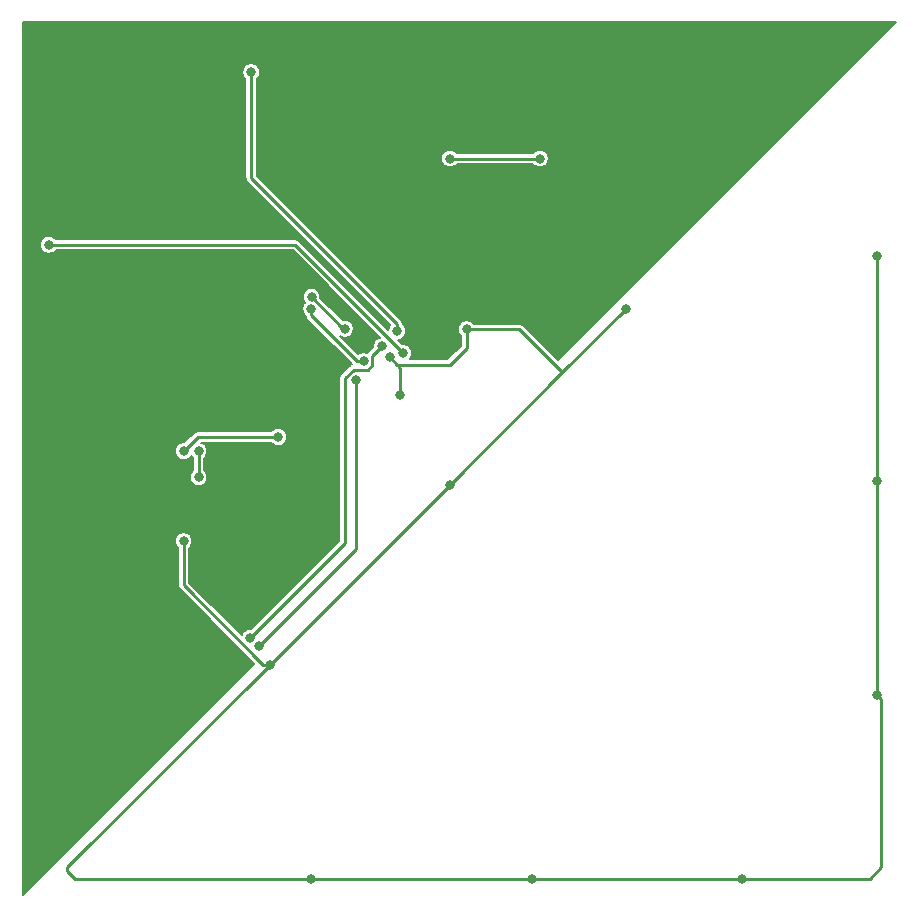
<source format=gtl>
G04 #@! TF.GenerationSoftware,KiCad,Pcbnew,(5.1.4)-1*
G04 #@! TF.CreationDate,2019-10-12T15:48:51-04:00*
G04 #@! TF.ProjectId,helvetica-sao,68656c76-6574-4696-9361-2d73616f2e6b,rev?*
G04 #@! TF.SameCoordinates,Original*
G04 #@! TF.FileFunction,Copper,L1,Top*
G04 #@! TF.FilePolarity,Positive*
%FSLAX46Y46*%
G04 Gerber Fmt 4.6, Leading zero omitted, Abs format (unit mm)*
G04 Created by KiCad (PCBNEW (5.1.4)-1) date 2019-10-12 15:48:51*
%MOMM*%
%LPD*%
G04 APERTURE LIST*
%ADD10C,0.800000*%
%ADD11C,0.250000*%
%ADD12C,0.200000*%
G04 APERTURE END LIST*
D10*
X104457500Y-86995000D03*
X106997500Y-86995000D03*
X99060000Y-88900000D03*
X113030000Y-83820000D03*
X135255000Y-62865000D03*
X113665000Y-75882500D03*
X135572500Y-59690000D03*
X132080000Y-67627500D03*
X167957500Y-70167500D03*
X167957496Y-89217500D03*
X167957500Y-107315010D03*
X156527500Y-122872506D03*
X138747500Y-122872498D03*
X120014998Y-122872500D03*
X146685000Y-74612500D03*
X131762500Y-89535000D03*
X116522500Y-104775000D03*
X126682500Y-78740000D03*
X127579131Y-81970869D03*
X133185000Y-76365000D03*
X109220000Y-94297500D03*
X123825000Y-80645000D03*
X115570000Y-103187500D03*
X126047500Y-77787500D03*
X114862892Y-102480392D03*
X127317500Y-76517500D03*
X114935000Y-54610000D03*
X127827498Y-78393370D03*
X97790000Y-69215000D03*
X139382500Y-61912500D03*
X131762500Y-61912500D03*
X110490000Y-86677500D03*
X110490000Y-88900000D03*
X117232108Y-85482108D03*
X109220000Y-86677500D03*
X120014617Y-74622922D03*
X124460000Y-79057500D03*
X120051403Y-73623597D03*
X122872500Y-76325024D03*
D11*
X167957500Y-70167500D02*
X167957500Y-89217496D01*
X167957500Y-89217496D02*
X167957496Y-89217500D01*
X167957496Y-107315006D02*
X167957500Y-107315010D01*
X167957496Y-89217500D02*
X167957496Y-107315006D01*
X167322494Y-122872506D02*
X156527500Y-122872506D01*
X168275000Y-121920000D02*
X167322494Y-122872506D01*
X167957500Y-107315010D02*
X168275000Y-107632510D01*
X168275000Y-107632510D02*
X168275000Y-121920000D01*
X156527500Y-122872506D02*
X138747508Y-122872506D01*
X138747508Y-122872506D02*
X138747500Y-122872498D01*
X120015000Y-122872498D02*
X120014998Y-122872500D01*
X138747500Y-122872498D02*
X120015000Y-122872498D01*
X131762500Y-89535000D02*
X116522500Y-104775000D01*
X99377500Y-121920000D02*
X116522500Y-104775000D01*
X99377500Y-122237500D02*
X99377500Y-121920000D01*
X120014998Y-122872500D02*
X100012500Y-122872500D01*
X100012500Y-122872500D02*
X99377500Y-122237500D01*
X126682500Y-78740000D02*
X127579131Y-79636631D01*
X127579131Y-79636631D02*
X127579131Y-81405184D01*
X127579131Y-81405184D02*
X127579131Y-81970869D01*
X127317500Y-79375000D02*
X131762500Y-79375000D01*
X126682500Y-78740000D02*
X127317500Y-79375000D01*
X133185000Y-77952500D02*
X133185000Y-76365000D01*
X131762500Y-79375000D02*
X133185000Y-77952500D01*
X109220000Y-94863185D02*
X109220000Y-94297500D01*
X109220000Y-98038185D02*
X109220000Y-94863185D01*
X115956815Y-104775000D02*
X109220000Y-98038185D01*
X116522500Y-104775000D02*
X115956815Y-104775000D01*
X137642500Y-76365000D02*
X141287500Y-80010000D01*
X133185000Y-76365000D02*
X137642500Y-76365000D01*
X146685000Y-74612500D02*
X141287500Y-80010000D01*
X141287500Y-80010000D02*
X131762500Y-89535000D01*
X123825000Y-94932500D02*
X115570000Y-103187500D01*
X123825000Y-80645000D02*
X123825000Y-94932500D01*
X125185002Y-79405502D02*
X124808002Y-79782502D01*
X115262891Y-102080393D02*
X114862892Y-102480392D01*
X123614496Y-79782502D02*
X122872500Y-80524498D01*
X124808002Y-79782502D02*
X123614496Y-79782502D01*
X126047500Y-77787500D02*
X125185002Y-78649998D01*
X122872500Y-94470784D02*
X115262891Y-102080393D01*
X122872500Y-80524498D02*
X122872500Y-94470784D01*
X125185002Y-78649998D02*
X125185002Y-79405502D01*
X127317500Y-75951815D02*
X114935000Y-63569315D01*
X127317500Y-76517500D02*
X127317500Y-75951815D01*
X114935000Y-63569315D02*
X114935000Y-54610000D01*
X127827498Y-78393370D02*
X118649128Y-69215000D01*
X118649128Y-69215000D02*
X97790000Y-69215000D01*
X139382500Y-61912500D02*
X131762500Y-61912500D01*
X110490000Y-86677500D02*
X110490000Y-88900000D01*
X117232108Y-85482108D02*
X110415392Y-85482108D01*
X110415392Y-85482108D02*
X109220000Y-86677500D01*
X120014617Y-75188607D02*
X123883510Y-79057500D01*
X123883510Y-79057500D02*
X123894315Y-79057500D01*
X123894315Y-79057500D02*
X124460000Y-79057500D01*
X120014617Y-74622922D02*
X120014617Y-75188607D01*
X120051403Y-73623597D02*
X122752830Y-76325024D01*
X122752830Y-76325024D02*
X122872500Y-76325024D01*
D12*
G36*
X140920493Y-78965585D02*
G01*
X137997847Y-76042940D01*
X137982843Y-76024657D01*
X137909905Y-75964800D01*
X137826692Y-75920321D01*
X137736400Y-75892931D01*
X137666026Y-75886000D01*
X137666023Y-75886000D01*
X137642500Y-75883683D01*
X137618977Y-75886000D01*
X133771770Y-75886000D01*
X133770670Y-75884353D01*
X133665647Y-75779330D01*
X133542153Y-75696814D01*
X133404934Y-75639976D01*
X133259262Y-75611000D01*
X133110738Y-75611000D01*
X132965066Y-75639976D01*
X132827847Y-75696814D01*
X132704353Y-75779330D01*
X132599330Y-75884353D01*
X132516814Y-76007847D01*
X132459976Y-76145066D01*
X132431000Y-76290738D01*
X132431000Y-76439262D01*
X132459976Y-76584934D01*
X132516814Y-76722153D01*
X132599330Y-76845647D01*
X132704353Y-76950670D01*
X132706001Y-76951771D01*
X132706000Y-77754092D01*
X131564093Y-78896000D01*
X128391185Y-78896000D01*
X128413168Y-78874017D01*
X128495684Y-78750523D01*
X128552522Y-78613304D01*
X128581498Y-78467632D01*
X128581498Y-78319108D01*
X128552522Y-78173436D01*
X128495684Y-78036217D01*
X128413168Y-77912723D01*
X128308145Y-77807700D01*
X128184651Y-77725184D01*
X128047432Y-77668346D01*
X127901760Y-77639370D01*
X127753236Y-77639370D01*
X127751293Y-77639757D01*
X127383036Y-77271500D01*
X127391762Y-77271500D01*
X127537434Y-77242524D01*
X127674653Y-77185686D01*
X127798147Y-77103170D01*
X127903170Y-76998147D01*
X127985686Y-76874653D01*
X128042524Y-76737434D01*
X128071500Y-76591762D01*
X128071500Y-76443238D01*
X128042524Y-76297566D01*
X127985686Y-76160347D01*
X127903170Y-76036853D01*
X127798147Y-75931830D01*
X127796757Y-75930901D01*
X127796500Y-75928289D01*
X127789569Y-75857915D01*
X127762179Y-75767623D01*
X127747069Y-75739354D01*
X127717700Y-75684408D01*
X127672839Y-75629745D01*
X127672838Y-75629744D01*
X127657843Y-75611472D01*
X127639571Y-75596477D01*
X115414000Y-63370908D01*
X115414000Y-61838238D01*
X131008500Y-61838238D01*
X131008500Y-61986762D01*
X131037476Y-62132434D01*
X131094314Y-62269653D01*
X131176830Y-62393147D01*
X131281853Y-62498170D01*
X131405347Y-62580686D01*
X131542566Y-62637524D01*
X131688238Y-62666500D01*
X131836762Y-62666500D01*
X131982434Y-62637524D01*
X132119653Y-62580686D01*
X132243147Y-62498170D01*
X132348170Y-62393147D01*
X132349270Y-62391500D01*
X138795730Y-62391500D01*
X138796830Y-62393147D01*
X138901853Y-62498170D01*
X139025347Y-62580686D01*
X139162566Y-62637524D01*
X139308238Y-62666500D01*
X139456762Y-62666500D01*
X139602434Y-62637524D01*
X139739653Y-62580686D01*
X139863147Y-62498170D01*
X139968170Y-62393147D01*
X140050686Y-62269653D01*
X140107524Y-62132434D01*
X140136500Y-61986762D01*
X140136500Y-61838238D01*
X140107524Y-61692566D01*
X140050686Y-61555347D01*
X139968170Y-61431853D01*
X139863147Y-61326830D01*
X139739653Y-61244314D01*
X139602434Y-61187476D01*
X139456762Y-61158500D01*
X139308238Y-61158500D01*
X139162566Y-61187476D01*
X139025347Y-61244314D01*
X138901853Y-61326830D01*
X138796830Y-61431853D01*
X138795730Y-61433500D01*
X132349270Y-61433500D01*
X132348170Y-61431853D01*
X132243147Y-61326830D01*
X132119653Y-61244314D01*
X131982434Y-61187476D01*
X131836762Y-61158500D01*
X131688238Y-61158500D01*
X131542566Y-61187476D01*
X131405347Y-61244314D01*
X131281853Y-61326830D01*
X131176830Y-61431853D01*
X131094314Y-61555347D01*
X131037476Y-61692566D01*
X131008500Y-61838238D01*
X115414000Y-61838238D01*
X115414000Y-55196770D01*
X115415647Y-55195670D01*
X115520670Y-55090647D01*
X115603186Y-54967153D01*
X115660024Y-54829934D01*
X115689000Y-54684262D01*
X115689000Y-54535738D01*
X115660024Y-54390066D01*
X115603186Y-54252847D01*
X115520670Y-54129353D01*
X115415647Y-54024330D01*
X115292153Y-53941814D01*
X115154934Y-53884976D01*
X115009262Y-53856000D01*
X114860738Y-53856000D01*
X114715066Y-53884976D01*
X114577847Y-53941814D01*
X114454353Y-54024330D01*
X114349330Y-54129353D01*
X114266814Y-54252847D01*
X114209976Y-54390066D01*
X114181000Y-54535738D01*
X114181000Y-54684262D01*
X114209976Y-54829934D01*
X114266814Y-54967153D01*
X114349330Y-55090647D01*
X114454353Y-55195670D01*
X114456001Y-55196771D01*
X114456000Y-63545792D01*
X114453683Y-63569315D01*
X114456000Y-63592838D01*
X114456000Y-63592840D01*
X114462931Y-63663214D01*
X114490321Y-63753506D01*
X114534800Y-63836720D01*
X114594657Y-63909658D01*
X114612940Y-63924662D01*
X126729146Y-76040870D01*
X126649314Y-76160347D01*
X126592476Y-76297566D01*
X126563500Y-76443238D01*
X126563500Y-76451964D01*
X119004475Y-68892940D01*
X118989471Y-68874657D01*
X118916533Y-68814800D01*
X118833320Y-68770321D01*
X118743028Y-68742931D01*
X118672654Y-68736000D01*
X118672651Y-68736000D01*
X118649128Y-68733683D01*
X118625605Y-68736000D01*
X98376770Y-68736000D01*
X98375670Y-68734353D01*
X98270647Y-68629330D01*
X98147153Y-68546814D01*
X98009934Y-68489976D01*
X97864262Y-68461000D01*
X97715738Y-68461000D01*
X97570066Y-68489976D01*
X97432847Y-68546814D01*
X97309353Y-68629330D01*
X97204330Y-68734353D01*
X97121814Y-68857847D01*
X97064976Y-68995066D01*
X97036000Y-69140738D01*
X97036000Y-69289262D01*
X97064976Y-69434934D01*
X97121814Y-69572153D01*
X97204330Y-69695647D01*
X97309353Y-69800670D01*
X97432847Y-69883186D01*
X97570066Y-69940024D01*
X97715738Y-69969000D01*
X97864262Y-69969000D01*
X98009934Y-69940024D01*
X98147153Y-69883186D01*
X98270647Y-69800670D01*
X98375670Y-69695647D01*
X98376770Y-69694000D01*
X118450721Y-69694000D01*
X125821648Y-77064927D01*
X125690347Y-77119314D01*
X125566853Y-77201830D01*
X125461830Y-77306853D01*
X125379314Y-77430347D01*
X125322476Y-77567566D01*
X125293500Y-77713238D01*
X125293500Y-77861762D01*
X125293887Y-77863705D01*
X124862942Y-78294651D01*
X124844659Y-78309655D01*
X124788893Y-78377608D01*
X124679934Y-78332476D01*
X124534262Y-78303500D01*
X124385738Y-78303500D01*
X124240066Y-78332476D01*
X124102847Y-78389314D01*
X123979353Y-78471830D01*
X123977300Y-78473883D01*
X122458933Y-76955515D01*
X122515347Y-76993210D01*
X122652566Y-77050048D01*
X122798238Y-77079024D01*
X122946762Y-77079024D01*
X123092434Y-77050048D01*
X123229653Y-76993210D01*
X123353147Y-76910694D01*
X123458170Y-76805671D01*
X123540686Y-76682177D01*
X123597524Y-76544958D01*
X123626500Y-76399286D01*
X123626500Y-76250762D01*
X123597524Y-76105090D01*
X123540686Y-75967871D01*
X123458170Y-75844377D01*
X123353147Y-75739354D01*
X123229653Y-75656838D01*
X123092434Y-75600000D01*
X122946762Y-75571024D01*
X122798238Y-75571024D01*
X122696479Y-75591265D01*
X120805016Y-73699803D01*
X120805403Y-73697859D01*
X120805403Y-73549335D01*
X120776427Y-73403663D01*
X120719589Y-73266444D01*
X120637073Y-73142950D01*
X120532050Y-73037927D01*
X120408556Y-72955411D01*
X120271337Y-72898573D01*
X120125665Y-72869597D01*
X119977141Y-72869597D01*
X119831469Y-72898573D01*
X119694250Y-72955411D01*
X119570756Y-73037927D01*
X119465733Y-73142950D01*
X119383217Y-73266444D01*
X119326379Y-73403663D01*
X119297403Y-73549335D01*
X119297403Y-73697859D01*
X119326379Y-73843531D01*
X119383217Y-73980750D01*
X119465733Y-74104244D01*
X119466356Y-74104867D01*
X119428947Y-74142275D01*
X119346431Y-74265769D01*
X119289593Y-74402988D01*
X119260617Y-74548660D01*
X119260617Y-74697184D01*
X119289593Y-74842856D01*
X119346431Y-74980075D01*
X119428947Y-75103569D01*
X119533970Y-75208592D01*
X119535360Y-75209521D01*
X119542549Y-75282507D01*
X119569939Y-75372799D01*
X119614417Y-75456012D01*
X119633895Y-75479746D01*
X119674275Y-75528950D01*
X119692553Y-75543950D01*
X123473363Y-79324761D01*
X123430304Y-79337823D01*
X123347090Y-79382302D01*
X123318821Y-79405502D01*
X123274153Y-79442159D01*
X123259156Y-79460434D01*
X122550440Y-80169151D01*
X122532157Y-80184155D01*
X122472300Y-80257093D01*
X122427821Y-80340307D01*
X122400431Y-80430599D01*
X122398060Y-80454678D01*
X122391183Y-80524498D01*
X122393500Y-80548021D01*
X122393501Y-94272375D01*
X114940828Y-101725049D01*
X114940822Y-101725054D01*
X114939097Y-101726779D01*
X114937154Y-101726392D01*
X114788630Y-101726392D01*
X114642958Y-101755368D01*
X114505739Y-101812206D01*
X114382245Y-101894722D01*
X114277222Y-101999745D01*
X114194706Y-102123239D01*
X114137868Y-102260458D01*
X114134851Y-102275628D01*
X109699000Y-97839778D01*
X109699000Y-94884270D01*
X109700647Y-94883170D01*
X109805670Y-94778147D01*
X109888186Y-94654653D01*
X109945024Y-94517434D01*
X109974000Y-94371762D01*
X109974000Y-94223238D01*
X109945024Y-94077566D01*
X109888186Y-93940347D01*
X109805670Y-93816853D01*
X109700647Y-93711830D01*
X109577153Y-93629314D01*
X109439934Y-93572476D01*
X109294262Y-93543500D01*
X109145738Y-93543500D01*
X109000066Y-93572476D01*
X108862847Y-93629314D01*
X108739353Y-93711830D01*
X108634330Y-93816853D01*
X108551814Y-93940347D01*
X108494976Y-94077566D01*
X108466000Y-94223238D01*
X108466000Y-94371762D01*
X108494976Y-94517434D01*
X108551814Y-94654653D01*
X108634330Y-94778147D01*
X108739353Y-94883170D01*
X108741000Y-94884270D01*
X108741000Y-94886710D01*
X108741001Y-94886720D01*
X108741000Y-98014662D01*
X108738683Y-98038185D01*
X108741000Y-98061708D01*
X108741000Y-98061710D01*
X108747931Y-98132084D01*
X108775321Y-98222376D01*
X108819800Y-98305590D01*
X108879657Y-98378528D01*
X108897940Y-98393532D01*
X115195243Y-104690835D01*
X95629000Y-124257078D01*
X95629000Y-86603238D01*
X108466000Y-86603238D01*
X108466000Y-86751762D01*
X108494976Y-86897434D01*
X108551814Y-87034653D01*
X108634330Y-87158147D01*
X108739353Y-87263170D01*
X108862847Y-87345686D01*
X109000066Y-87402524D01*
X109145738Y-87431500D01*
X109294262Y-87431500D01*
X109439934Y-87402524D01*
X109577153Y-87345686D01*
X109700647Y-87263170D01*
X109805670Y-87158147D01*
X109855000Y-87084319D01*
X109904330Y-87158147D01*
X110009353Y-87263170D01*
X110011000Y-87264271D01*
X110011001Y-88313229D01*
X110009353Y-88314330D01*
X109904330Y-88419353D01*
X109821814Y-88542847D01*
X109764976Y-88680066D01*
X109736000Y-88825738D01*
X109736000Y-88974262D01*
X109764976Y-89119934D01*
X109821814Y-89257153D01*
X109904330Y-89380647D01*
X110009353Y-89485670D01*
X110132847Y-89568186D01*
X110270066Y-89625024D01*
X110415738Y-89654000D01*
X110564262Y-89654000D01*
X110709934Y-89625024D01*
X110847153Y-89568186D01*
X110970647Y-89485670D01*
X111075670Y-89380647D01*
X111158186Y-89257153D01*
X111215024Y-89119934D01*
X111244000Y-88974262D01*
X111244000Y-88825738D01*
X111215024Y-88680066D01*
X111158186Y-88542847D01*
X111075670Y-88419353D01*
X110970647Y-88314330D01*
X110969000Y-88313230D01*
X110969000Y-87264270D01*
X110970647Y-87263170D01*
X111075670Y-87158147D01*
X111158186Y-87034653D01*
X111215024Y-86897434D01*
X111244000Y-86751762D01*
X111244000Y-86603238D01*
X111215024Y-86457566D01*
X111158186Y-86320347D01*
X111075670Y-86196853D01*
X110970647Y-86091830D01*
X110847153Y-86009314D01*
X110730773Y-85961108D01*
X116645338Y-85961108D01*
X116646438Y-85962755D01*
X116751461Y-86067778D01*
X116874955Y-86150294D01*
X117012174Y-86207132D01*
X117157846Y-86236108D01*
X117306370Y-86236108D01*
X117452042Y-86207132D01*
X117589261Y-86150294D01*
X117712755Y-86067778D01*
X117817778Y-85962755D01*
X117900294Y-85839261D01*
X117957132Y-85702042D01*
X117986108Y-85556370D01*
X117986108Y-85407846D01*
X117957132Y-85262174D01*
X117900294Y-85124955D01*
X117817778Y-85001461D01*
X117712755Y-84896438D01*
X117589261Y-84813922D01*
X117452042Y-84757084D01*
X117306370Y-84728108D01*
X117157846Y-84728108D01*
X117012174Y-84757084D01*
X116874955Y-84813922D01*
X116751461Y-84896438D01*
X116646438Y-85001461D01*
X116645338Y-85003108D01*
X110438915Y-85003108D01*
X110415392Y-85000791D01*
X110391869Y-85003108D01*
X110391866Y-85003108D01*
X110321492Y-85010039D01*
X110231200Y-85037429D01*
X110147986Y-85081908D01*
X110117809Y-85106673D01*
X110075049Y-85141765D01*
X110060049Y-85160043D01*
X109296206Y-85923887D01*
X109294262Y-85923500D01*
X109145738Y-85923500D01*
X109000066Y-85952476D01*
X108862847Y-86009314D01*
X108739353Y-86091830D01*
X108634330Y-86196853D01*
X108551814Y-86320347D01*
X108494976Y-86457566D01*
X108466000Y-86603238D01*
X95629000Y-86603238D01*
X95629000Y-50379000D01*
X169507078Y-50379000D01*
X140920493Y-78965585D01*
X140920493Y-78965585D01*
G37*
X140920493Y-78965585D02*
X137997847Y-76042940D01*
X137982843Y-76024657D01*
X137909905Y-75964800D01*
X137826692Y-75920321D01*
X137736400Y-75892931D01*
X137666026Y-75886000D01*
X137666023Y-75886000D01*
X137642500Y-75883683D01*
X137618977Y-75886000D01*
X133771770Y-75886000D01*
X133770670Y-75884353D01*
X133665647Y-75779330D01*
X133542153Y-75696814D01*
X133404934Y-75639976D01*
X133259262Y-75611000D01*
X133110738Y-75611000D01*
X132965066Y-75639976D01*
X132827847Y-75696814D01*
X132704353Y-75779330D01*
X132599330Y-75884353D01*
X132516814Y-76007847D01*
X132459976Y-76145066D01*
X132431000Y-76290738D01*
X132431000Y-76439262D01*
X132459976Y-76584934D01*
X132516814Y-76722153D01*
X132599330Y-76845647D01*
X132704353Y-76950670D01*
X132706001Y-76951771D01*
X132706000Y-77754092D01*
X131564093Y-78896000D01*
X128391185Y-78896000D01*
X128413168Y-78874017D01*
X128495684Y-78750523D01*
X128552522Y-78613304D01*
X128581498Y-78467632D01*
X128581498Y-78319108D01*
X128552522Y-78173436D01*
X128495684Y-78036217D01*
X128413168Y-77912723D01*
X128308145Y-77807700D01*
X128184651Y-77725184D01*
X128047432Y-77668346D01*
X127901760Y-77639370D01*
X127753236Y-77639370D01*
X127751293Y-77639757D01*
X127383036Y-77271500D01*
X127391762Y-77271500D01*
X127537434Y-77242524D01*
X127674653Y-77185686D01*
X127798147Y-77103170D01*
X127903170Y-76998147D01*
X127985686Y-76874653D01*
X128042524Y-76737434D01*
X128071500Y-76591762D01*
X128071500Y-76443238D01*
X128042524Y-76297566D01*
X127985686Y-76160347D01*
X127903170Y-76036853D01*
X127798147Y-75931830D01*
X127796757Y-75930901D01*
X127796500Y-75928289D01*
X127789569Y-75857915D01*
X127762179Y-75767623D01*
X127747069Y-75739354D01*
X127717700Y-75684408D01*
X127672839Y-75629745D01*
X127672838Y-75629744D01*
X127657843Y-75611472D01*
X127639571Y-75596477D01*
X115414000Y-63370908D01*
X115414000Y-61838238D01*
X131008500Y-61838238D01*
X131008500Y-61986762D01*
X131037476Y-62132434D01*
X131094314Y-62269653D01*
X131176830Y-62393147D01*
X131281853Y-62498170D01*
X131405347Y-62580686D01*
X131542566Y-62637524D01*
X131688238Y-62666500D01*
X131836762Y-62666500D01*
X131982434Y-62637524D01*
X132119653Y-62580686D01*
X132243147Y-62498170D01*
X132348170Y-62393147D01*
X132349270Y-62391500D01*
X138795730Y-62391500D01*
X138796830Y-62393147D01*
X138901853Y-62498170D01*
X139025347Y-62580686D01*
X139162566Y-62637524D01*
X139308238Y-62666500D01*
X139456762Y-62666500D01*
X139602434Y-62637524D01*
X139739653Y-62580686D01*
X139863147Y-62498170D01*
X139968170Y-62393147D01*
X140050686Y-62269653D01*
X140107524Y-62132434D01*
X140136500Y-61986762D01*
X140136500Y-61838238D01*
X140107524Y-61692566D01*
X140050686Y-61555347D01*
X139968170Y-61431853D01*
X139863147Y-61326830D01*
X139739653Y-61244314D01*
X139602434Y-61187476D01*
X139456762Y-61158500D01*
X139308238Y-61158500D01*
X139162566Y-61187476D01*
X139025347Y-61244314D01*
X138901853Y-61326830D01*
X138796830Y-61431853D01*
X138795730Y-61433500D01*
X132349270Y-61433500D01*
X132348170Y-61431853D01*
X132243147Y-61326830D01*
X132119653Y-61244314D01*
X131982434Y-61187476D01*
X131836762Y-61158500D01*
X131688238Y-61158500D01*
X131542566Y-61187476D01*
X131405347Y-61244314D01*
X131281853Y-61326830D01*
X131176830Y-61431853D01*
X131094314Y-61555347D01*
X131037476Y-61692566D01*
X131008500Y-61838238D01*
X115414000Y-61838238D01*
X115414000Y-55196770D01*
X115415647Y-55195670D01*
X115520670Y-55090647D01*
X115603186Y-54967153D01*
X115660024Y-54829934D01*
X115689000Y-54684262D01*
X115689000Y-54535738D01*
X115660024Y-54390066D01*
X115603186Y-54252847D01*
X115520670Y-54129353D01*
X115415647Y-54024330D01*
X115292153Y-53941814D01*
X115154934Y-53884976D01*
X115009262Y-53856000D01*
X114860738Y-53856000D01*
X114715066Y-53884976D01*
X114577847Y-53941814D01*
X114454353Y-54024330D01*
X114349330Y-54129353D01*
X114266814Y-54252847D01*
X114209976Y-54390066D01*
X114181000Y-54535738D01*
X114181000Y-54684262D01*
X114209976Y-54829934D01*
X114266814Y-54967153D01*
X114349330Y-55090647D01*
X114454353Y-55195670D01*
X114456001Y-55196771D01*
X114456000Y-63545792D01*
X114453683Y-63569315D01*
X114456000Y-63592838D01*
X114456000Y-63592840D01*
X114462931Y-63663214D01*
X114490321Y-63753506D01*
X114534800Y-63836720D01*
X114594657Y-63909658D01*
X114612940Y-63924662D01*
X126729146Y-76040870D01*
X126649314Y-76160347D01*
X126592476Y-76297566D01*
X126563500Y-76443238D01*
X126563500Y-76451964D01*
X119004475Y-68892940D01*
X118989471Y-68874657D01*
X118916533Y-68814800D01*
X118833320Y-68770321D01*
X118743028Y-68742931D01*
X118672654Y-68736000D01*
X118672651Y-68736000D01*
X118649128Y-68733683D01*
X118625605Y-68736000D01*
X98376770Y-68736000D01*
X98375670Y-68734353D01*
X98270647Y-68629330D01*
X98147153Y-68546814D01*
X98009934Y-68489976D01*
X97864262Y-68461000D01*
X97715738Y-68461000D01*
X97570066Y-68489976D01*
X97432847Y-68546814D01*
X97309353Y-68629330D01*
X97204330Y-68734353D01*
X97121814Y-68857847D01*
X97064976Y-68995066D01*
X97036000Y-69140738D01*
X97036000Y-69289262D01*
X97064976Y-69434934D01*
X97121814Y-69572153D01*
X97204330Y-69695647D01*
X97309353Y-69800670D01*
X97432847Y-69883186D01*
X97570066Y-69940024D01*
X97715738Y-69969000D01*
X97864262Y-69969000D01*
X98009934Y-69940024D01*
X98147153Y-69883186D01*
X98270647Y-69800670D01*
X98375670Y-69695647D01*
X98376770Y-69694000D01*
X118450721Y-69694000D01*
X125821648Y-77064927D01*
X125690347Y-77119314D01*
X125566853Y-77201830D01*
X125461830Y-77306853D01*
X125379314Y-77430347D01*
X125322476Y-77567566D01*
X125293500Y-77713238D01*
X125293500Y-77861762D01*
X125293887Y-77863705D01*
X124862942Y-78294651D01*
X124844659Y-78309655D01*
X124788893Y-78377608D01*
X124679934Y-78332476D01*
X124534262Y-78303500D01*
X124385738Y-78303500D01*
X124240066Y-78332476D01*
X124102847Y-78389314D01*
X123979353Y-78471830D01*
X123977300Y-78473883D01*
X122458933Y-76955515D01*
X122515347Y-76993210D01*
X122652566Y-77050048D01*
X122798238Y-77079024D01*
X122946762Y-77079024D01*
X123092434Y-77050048D01*
X123229653Y-76993210D01*
X123353147Y-76910694D01*
X123458170Y-76805671D01*
X123540686Y-76682177D01*
X123597524Y-76544958D01*
X123626500Y-76399286D01*
X123626500Y-76250762D01*
X123597524Y-76105090D01*
X123540686Y-75967871D01*
X123458170Y-75844377D01*
X123353147Y-75739354D01*
X123229653Y-75656838D01*
X123092434Y-75600000D01*
X122946762Y-75571024D01*
X122798238Y-75571024D01*
X122696479Y-75591265D01*
X120805016Y-73699803D01*
X120805403Y-73697859D01*
X120805403Y-73549335D01*
X120776427Y-73403663D01*
X120719589Y-73266444D01*
X120637073Y-73142950D01*
X120532050Y-73037927D01*
X120408556Y-72955411D01*
X120271337Y-72898573D01*
X120125665Y-72869597D01*
X119977141Y-72869597D01*
X119831469Y-72898573D01*
X119694250Y-72955411D01*
X119570756Y-73037927D01*
X119465733Y-73142950D01*
X119383217Y-73266444D01*
X119326379Y-73403663D01*
X119297403Y-73549335D01*
X119297403Y-73697859D01*
X119326379Y-73843531D01*
X119383217Y-73980750D01*
X119465733Y-74104244D01*
X119466356Y-74104867D01*
X119428947Y-74142275D01*
X119346431Y-74265769D01*
X119289593Y-74402988D01*
X119260617Y-74548660D01*
X119260617Y-74697184D01*
X119289593Y-74842856D01*
X119346431Y-74980075D01*
X119428947Y-75103569D01*
X119533970Y-75208592D01*
X119535360Y-75209521D01*
X119542549Y-75282507D01*
X119569939Y-75372799D01*
X119614417Y-75456012D01*
X119633895Y-75479746D01*
X119674275Y-75528950D01*
X119692553Y-75543950D01*
X123473363Y-79324761D01*
X123430304Y-79337823D01*
X123347090Y-79382302D01*
X123318821Y-79405502D01*
X123274153Y-79442159D01*
X123259156Y-79460434D01*
X122550440Y-80169151D01*
X122532157Y-80184155D01*
X122472300Y-80257093D01*
X122427821Y-80340307D01*
X122400431Y-80430599D01*
X122398060Y-80454678D01*
X122391183Y-80524498D01*
X122393500Y-80548021D01*
X122393501Y-94272375D01*
X114940828Y-101725049D01*
X114940822Y-101725054D01*
X114939097Y-101726779D01*
X114937154Y-101726392D01*
X114788630Y-101726392D01*
X114642958Y-101755368D01*
X114505739Y-101812206D01*
X114382245Y-101894722D01*
X114277222Y-101999745D01*
X114194706Y-102123239D01*
X114137868Y-102260458D01*
X114134851Y-102275628D01*
X109699000Y-97839778D01*
X109699000Y-94884270D01*
X109700647Y-94883170D01*
X109805670Y-94778147D01*
X109888186Y-94654653D01*
X109945024Y-94517434D01*
X109974000Y-94371762D01*
X109974000Y-94223238D01*
X109945024Y-94077566D01*
X109888186Y-93940347D01*
X109805670Y-93816853D01*
X109700647Y-93711830D01*
X109577153Y-93629314D01*
X109439934Y-93572476D01*
X109294262Y-93543500D01*
X109145738Y-93543500D01*
X109000066Y-93572476D01*
X108862847Y-93629314D01*
X108739353Y-93711830D01*
X108634330Y-93816853D01*
X108551814Y-93940347D01*
X108494976Y-94077566D01*
X108466000Y-94223238D01*
X108466000Y-94371762D01*
X108494976Y-94517434D01*
X108551814Y-94654653D01*
X108634330Y-94778147D01*
X108739353Y-94883170D01*
X108741000Y-94884270D01*
X108741000Y-94886710D01*
X108741001Y-94886720D01*
X108741000Y-98014662D01*
X108738683Y-98038185D01*
X108741000Y-98061708D01*
X108741000Y-98061710D01*
X108747931Y-98132084D01*
X108775321Y-98222376D01*
X108819800Y-98305590D01*
X108879657Y-98378528D01*
X108897940Y-98393532D01*
X115195243Y-104690835D01*
X95629000Y-124257078D01*
X95629000Y-86603238D01*
X108466000Y-86603238D01*
X108466000Y-86751762D01*
X108494976Y-86897434D01*
X108551814Y-87034653D01*
X108634330Y-87158147D01*
X108739353Y-87263170D01*
X108862847Y-87345686D01*
X109000066Y-87402524D01*
X109145738Y-87431500D01*
X109294262Y-87431500D01*
X109439934Y-87402524D01*
X109577153Y-87345686D01*
X109700647Y-87263170D01*
X109805670Y-87158147D01*
X109855000Y-87084319D01*
X109904330Y-87158147D01*
X110009353Y-87263170D01*
X110011000Y-87264271D01*
X110011001Y-88313229D01*
X110009353Y-88314330D01*
X109904330Y-88419353D01*
X109821814Y-88542847D01*
X109764976Y-88680066D01*
X109736000Y-88825738D01*
X109736000Y-88974262D01*
X109764976Y-89119934D01*
X109821814Y-89257153D01*
X109904330Y-89380647D01*
X110009353Y-89485670D01*
X110132847Y-89568186D01*
X110270066Y-89625024D01*
X110415738Y-89654000D01*
X110564262Y-89654000D01*
X110709934Y-89625024D01*
X110847153Y-89568186D01*
X110970647Y-89485670D01*
X111075670Y-89380647D01*
X111158186Y-89257153D01*
X111215024Y-89119934D01*
X111244000Y-88974262D01*
X111244000Y-88825738D01*
X111215024Y-88680066D01*
X111158186Y-88542847D01*
X111075670Y-88419353D01*
X110970647Y-88314330D01*
X110969000Y-88313230D01*
X110969000Y-87264270D01*
X110970647Y-87263170D01*
X111075670Y-87158147D01*
X111158186Y-87034653D01*
X111215024Y-86897434D01*
X111244000Y-86751762D01*
X111244000Y-86603238D01*
X111215024Y-86457566D01*
X111158186Y-86320347D01*
X111075670Y-86196853D01*
X110970647Y-86091830D01*
X110847153Y-86009314D01*
X110730773Y-85961108D01*
X116645338Y-85961108D01*
X116646438Y-85962755D01*
X116751461Y-86067778D01*
X116874955Y-86150294D01*
X117012174Y-86207132D01*
X117157846Y-86236108D01*
X117306370Y-86236108D01*
X117452042Y-86207132D01*
X117589261Y-86150294D01*
X117712755Y-86067778D01*
X117817778Y-85962755D01*
X117900294Y-85839261D01*
X117957132Y-85702042D01*
X117986108Y-85556370D01*
X117986108Y-85407846D01*
X117957132Y-85262174D01*
X117900294Y-85124955D01*
X117817778Y-85001461D01*
X117712755Y-84896438D01*
X117589261Y-84813922D01*
X117452042Y-84757084D01*
X117306370Y-84728108D01*
X117157846Y-84728108D01*
X117012174Y-84757084D01*
X116874955Y-84813922D01*
X116751461Y-84896438D01*
X116646438Y-85001461D01*
X116645338Y-85003108D01*
X110438915Y-85003108D01*
X110415392Y-85000791D01*
X110391869Y-85003108D01*
X110391866Y-85003108D01*
X110321492Y-85010039D01*
X110231200Y-85037429D01*
X110147986Y-85081908D01*
X110117809Y-85106673D01*
X110075049Y-85141765D01*
X110060049Y-85160043D01*
X109296206Y-85923887D01*
X109294262Y-85923500D01*
X109145738Y-85923500D01*
X109000066Y-85952476D01*
X108862847Y-86009314D01*
X108739353Y-86091830D01*
X108634330Y-86196853D01*
X108551814Y-86320347D01*
X108494976Y-86457566D01*
X108466000Y-86603238D01*
X95629000Y-86603238D01*
X95629000Y-50379000D01*
X169507078Y-50379000D01*
X140920493Y-78965585D01*
M02*

</source>
